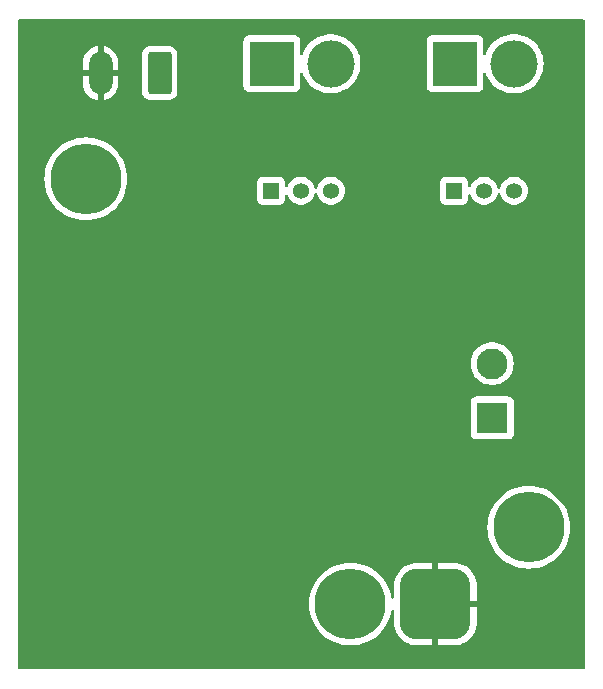
<source format=gbl>
%TF.GenerationSoftware,KiCad,Pcbnew,8.0.2*%
%TF.CreationDate,2024-10-02T19:35:02-04:00*%
%TF.ProjectId,FewawiPowerBoard,46657761-7769-4506-9f77-6572426f6172,rev?*%
%TF.SameCoordinates,Original*%
%TF.FileFunction,Copper,L2,Bot*%
%TF.FilePolarity,Positive*%
%FSLAX46Y46*%
G04 Gerber Fmt 4.6, Leading zero omitted, Abs format (unit mm)*
G04 Created by KiCad (PCBNEW 8.0.2) date 2024-10-02 19:35:02*
%MOMM*%
%LPD*%
G01*
G04 APERTURE LIST*
G04 Aperture macros list*
%AMRoundRect*
0 Rectangle with rounded corners*
0 $1 Rounding radius*
0 $2 $3 $4 $5 $6 $7 $8 $9 X,Y pos of 4 corners*
0 Add a 4 corners polygon primitive as box body*
4,1,4,$2,$3,$4,$5,$6,$7,$8,$9,$2,$3,0*
0 Add four circle primitives for the rounded corners*
1,1,$1+$1,$2,$3*
1,1,$1+$1,$4,$5*
1,1,$1+$1,$6,$7*
1,1,$1+$1,$8,$9*
0 Add four rect primitives between the rounded corners*
20,1,$1+$1,$2,$3,$4,$5,0*
20,1,$1+$1,$4,$5,$6,$7,0*
20,1,$1+$1,$6,$7,$8,$9,0*
20,1,$1+$1,$8,$9,$2,$3,0*%
G04 Aperture macros list end*
%TA.AperFunction,ComponentPad*%
%ADD10C,6.000000*%
%TD*%
%TA.AperFunction,ComponentPad*%
%ADD11R,3.800000X3.800000*%
%TD*%
%TA.AperFunction,ComponentPad*%
%ADD12C,4.000000*%
%TD*%
%TA.AperFunction,ComponentPad*%
%ADD13R,1.358000X1.358000*%
%TD*%
%TA.AperFunction,ComponentPad*%
%ADD14C,1.358000*%
%TD*%
%TA.AperFunction,ComponentPad*%
%ADD15RoundRect,1.500000X1.500000X1.500000X-1.500000X1.500000X-1.500000X-1.500000X1.500000X-1.500000X0*%
%TD*%
%TA.AperFunction,ComponentPad*%
%ADD16R,2.625000X2.625000*%
%TD*%
%TA.AperFunction,ComponentPad*%
%ADD17C,2.625000*%
%TD*%
%TA.AperFunction,ComponentPad*%
%ADD18RoundRect,0.250000X0.750000X1.550000X-0.750000X1.550000X-0.750000X-1.550000X0.750000X-1.550000X0*%
%TD*%
%TA.AperFunction,ComponentPad*%
%ADD19O,2.000000X3.600000*%
%TD*%
%TA.AperFunction,ViaPad*%
%ADD20C,0.600000*%
%TD*%
G04 APERTURE END LIST*
D10*
%TO.P,REF\u002A\u002A,1*%
%TO.N,N/C*%
X123250000Y-85250000D03*
%TD*%
D11*
%TO.P,J4,1,Pin_1*%
%TO.N,Net-(J4-Pin_1)*%
X117000000Y-46000000D03*
D12*
%TO.P,J4,2,Pin_2*%
%TO.N,Net-(J4-Pin_2)*%
X122000000Y-46000000D03*
%TD*%
D10*
%TO.P,REF\u002A\u002A,1*%
%TO.N,N/C*%
X85750000Y-55750000D03*
%TD*%
D11*
%TO.P,J3,1,Pin_1*%
%TO.N,Net-(J3-Pin_1)*%
X101500000Y-46000000D03*
D12*
%TO.P,J3,2,Pin_2*%
%TO.N,Net-(J3-Pin_2)*%
X106500000Y-46000000D03*
%TD*%
D13*
%TO.P,U1,1,IN*%
%TO.N,Net-(PS1-+VIN)*%
X116920000Y-56750000D03*
D14*
%TO.P,U1,2,GND*%
%TO.N,Net-(J4-Pin_1)*%
X119460000Y-56750000D03*
%TO.P,U1,3,OUT*%
%TO.N,Net-(J4-Pin_2)*%
X122000000Y-56750000D03*
%TD*%
D15*
%TO.P,J1,1,Pin_1*%
%TO.N,GND*%
X115350000Y-91750000D03*
D10*
%TO.P,J1,2,Pin_2*%
%TO.N,Net-(J1-Pin_2)*%
X108150000Y-91750000D03*
%TD*%
D13*
%TO.P,PS1,1,+VIN*%
%TO.N,Net-(PS1-+VIN)*%
X101420000Y-56750000D03*
D14*
%TO.P,PS1,2,GND*%
%TO.N,Net-(J3-Pin_1)*%
X103960000Y-56750000D03*
%TO.P,PS1,3,+VOUT*%
%TO.N,Net-(J3-Pin_2)*%
X106500000Y-56750000D03*
%TD*%
D16*
%TO.P,SW1,1,A*%
%TO.N,Net-(SW1-A)*%
X120160000Y-75982500D03*
D17*
%TO.P,SW1,2,B*%
%TO.N,Net-(J1-Pin_2)*%
X120160000Y-71382500D03*
%TD*%
D18*
%TO.P,J2,1,Pin_1*%
%TO.N,34V*%
X92000000Y-46777500D03*
D19*
%TO.P,J2,2,Pin_2*%
%TO.N,GND*%
X87000000Y-46777500D03*
%TD*%
D20*
%TO.N,GND*%
X104000000Y-62250000D03*
%TD*%
%TA.AperFunction,Conductor*%
%TO.N,GND*%
G36*
X127942539Y-42270185D02*
G01*
X127988294Y-42322989D01*
X127999500Y-42374500D01*
X127999500Y-97125500D01*
X127979815Y-97192539D01*
X127927011Y-97238294D01*
X127875500Y-97249500D01*
X80124500Y-97249500D01*
X80057461Y-97229815D01*
X80011706Y-97177011D01*
X80000500Y-97125500D01*
X80000500Y-91749999D01*
X104644696Y-91749999D01*
X104644696Y-91750000D01*
X104663898Y-92116405D01*
X104721294Y-92478788D01*
X104721294Y-92478790D01*
X104816260Y-92833206D01*
X104947746Y-93175739D01*
X105114320Y-93502656D01*
X105314147Y-93810364D01*
X105467712Y-94000000D01*
X105545051Y-94095506D01*
X105804494Y-94354949D01*
X105804498Y-94354952D01*
X106089635Y-94585852D01*
X106397343Y-94785679D01*
X106397348Y-94785682D01*
X106724264Y-94952255D01*
X107066801Y-95083742D01*
X107421206Y-95178705D01*
X107783596Y-95236102D01*
X108129734Y-95254241D01*
X108149999Y-95255304D01*
X108150000Y-95255304D01*
X108150001Y-95255304D01*
X108169203Y-95254297D01*
X108516404Y-95236102D01*
X108878794Y-95178705D01*
X109233199Y-95083742D01*
X109575736Y-94952255D01*
X109902652Y-94785682D01*
X110210366Y-94585851D01*
X110495506Y-94354949D01*
X110754949Y-94095506D01*
X110985851Y-93810366D01*
X111185682Y-93502652D01*
X111352255Y-93175736D01*
X111483742Y-92833199D01*
X111578705Y-92478794D01*
X111603527Y-92322073D01*
X111633456Y-92258939D01*
X111692768Y-92222008D01*
X111762630Y-92223006D01*
X111820863Y-92261616D01*
X111848977Y-92325579D01*
X111850000Y-92341472D01*
X111850000Y-93321436D01*
X111865300Y-93535362D01*
X111926109Y-93814895D01*
X112026091Y-94082958D01*
X112163191Y-94334038D01*
X112163192Y-94334039D01*
X112334639Y-94563065D01*
X112334649Y-94563077D01*
X112536922Y-94765350D01*
X112536934Y-94765360D01*
X112765960Y-94936807D01*
X112765961Y-94936808D01*
X113017042Y-95073908D01*
X113017041Y-95073908D01*
X113285104Y-95173890D01*
X113564637Y-95234699D01*
X113778563Y-95249999D01*
X113778566Y-95250000D01*
X115100000Y-95250000D01*
X115100000Y-93986502D01*
X115202527Y-94000000D01*
X115497473Y-94000000D01*
X115600000Y-93986502D01*
X115600000Y-95250000D01*
X116921434Y-95250000D01*
X116921436Y-95249999D01*
X117135362Y-95234699D01*
X117414895Y-95173890D01*
X117682958Y-95073908D01*
X117934038Y-94936808D01*
X117934039Y-94936807D01*
X118163065Y-94765360D01*
X118163077Y-94765350D01*
X118365350Y-94563077D01*
X118365360Y-94563065D01*
X118536807Y-94334039D01*
X118536808Y-94334038D01*
X118673908Y-94082958D01*
X118773890Y-93814895D01*
X118834699Y-93535362D01*
X118849999Y-93321436D01*
X118850000Y-93321434D01*
X118850000Y-92000000D01*
X117586502Y-92000000D01*
X117600000Y-91897473D01*
X117600000Y-91602527D01*
X117586502Y-91500000D01*
X118850000Y-91500000D01*
X118850000Y-90178566D01*
X118849999Y-90178563D01*
X118834699Y-89964637D01*
X118773890Y-89685104D01*
X118673908Y-89417041D01*
X118536808Y-89165961D01*
X118536807Y-89165960D01*
X118365360Y-88936934D01*
X118365350Y-88936922D01*
X118163077Y-88734649D01*
X118163065Y-88734639D01*
X117934039Y-88563192D01*
X117934038Y-88563191D01*
X117682957Y-88426091D01*
X117682958Y-88426091D01*
X117414895Y-88326109D01*
X117135362Y-88265300D01*
X116921436Y-88250000D01*
X115600000Y-88250000D01*
X115600000Y-89513497D01*
X115497473Y-89500000D01*
X115202527Y-89500000D01*
X115100000Y-89513497D01*
X115100000Y-88250000D01*
X113778563Y-88250000D01*
X113564637Y-88265300D01*
X113285104Y-88326109D01*
X113017041Y-88426091D01*
X112765961Y-88563191D01*
X112765960Y-88563192D01*
X112536934Y-88734639D01*
X112536922Y-88734649D01*
X112334649Y-88936922D01*
X112334639Y-88936934D01*
X112163192Y-89165960D01*
X112163191Y-89165961D01*
X112026091Y-89417041D01*
X111926109Y-89685104D01*
X111865300Y-89964637D01*
X111850000Y-90178563D01*
X111850000Y-91158527D01*
X111830315Y-91225566D01*
X111777511Y-91271321D01*
X111708353Y-91281265D01*
X111644797Y-91252240D01*
X111607023Y-91193462D01*
X111603527Y-91177925D01*
X111600218Y-91157035D01*
X111578705Y-91021206D01*
X111483742Y-90666801D01*
X111352255Y-90324264D01*
X111185682Y-89997348D01*
X111185679Y-89997343D01*
X110985852Y-89689635D01*
X110754952Y-89404498D01*
X110754949Y-89404494D01*
X110495506Y-89145051D01*
X110463010Y-89118736D01*
X110210364Y-88914147D01*
X109902656Y-88714320D01*
X109575739Y-88547746D01*
X109233206Y-88416260D01*
X109233199Y-88416258D01*
X108878794Y-88321295D01*
X108878790Y-88321294D01*
X108878789Y-88321294D01*
X108516405Y-88263898D01*
X108150001Y-88244696D01*
X108149999Y-88244696D01*
X107783594Y-88263898D01*
X107421211Y-88321294D01*
X107421209Y-88321294D01*
X107066793Y-88416260D01*
X106724260Y-88547746D01*
X106397343Y-88714320D01*
X106089635Y-88914147D01*
X105804498Y-89145047D01*
X105804490Y-89145054D01*
X105545054Y-89404490D01*
X105545047Y-89404498D01*
X105314147Y-89689635D01*
X105114320Y-89997343D01*
X104947746Y-90324260D01*
X104816260Y-90666793D01*
X104721294Y-91021209D01*
X104721294Y-91021211D01*
X104663898Y-91383594D01*
X104644696Y-91749999D01*
X80000500Y-91749999D01*
X80000500Y-85249999D01*
X119744696Y-85249999D01*
X119744696Y-85250000D01*
X119763898Y-85616405D01*
X119821294Y-85978788D01*
X119821294Y-85978790D01*
X119916260Y-86333206D01*
X120047746Y-86675739D01*
X120214320Y-87002656D01*
X120414147Y-87310364D01*
X120414149Y-87310366D01*
X120645051Y-87595506D01*
X120904494Y-87854949D01*
X120904498Y-87854952D01*
X121189635Y-88085852D01*
X121442402Y-88250000D01*
X121497348Y-88285682D01*
X121824264Y-88452255D01*
X122166801Y-88583742D01*
X122521206Y-88678705D01*
X122883596Y-88736102D01*
X123229734Y-88754241D01*
X123249999Y-88755304D01*
X123250000Y-88755304D01*
X123250001Y-88755304D01*
X123269203Y-88754297D01*
X123616404Y-88736102D01*
X123978794Y-88678705D01*
X124333199Y-88583742D01*
X124675736Y-88452255D01*
X125002652Y-88285682D01*
X125310366Y-88085851D01*
X125595506Y-87854949D01*
X125854949Y-87595506D01*
X126085851Y-87310366D01*
X126285682Y-87002652D01*
X126452255Y-86675736D01*
X126583742Y-86333199D01*
X126678705Y-85978794D01*
X126736102Y-85616404D01*
X126755304Y-85250000D01*
X126736102Y-84883596D01*
X126678705Y-84521206D01*
X126583742Y-84166801D01*
X126452255Y-83824264D01*
X126285682Y-83497348D01*
X126085851Y-83189634D01*
X125854949Y-82904494D01*
X125595506Y-82645051D01*
X125310366Y-82414149D01*
X125310364Y-82414147D01*
X125002656Y-82214320D01*
X124675739Y-82047746D01*
X124333206Y-81916260D01*
X124333199Y-81916258D01*
X123978794Y-81821295D01*
X123978790Y-81821294D01*
X123978789Y-81821294D01*
X123616405Y-81763898D01*
X123250001Y-81744696D01*
X123249999Y-81744696D01*
X122883594Y-81763898D01*
X122521211Y-81821294D01*
X122521209Y-81821294D01*
X122166793Y-81916260D01*
X121824260Y-82047746D01*
X121497343Y-82214320D01*
X121189635Y-82414147D01*
X120904498Y-82645047D01*
X120904490Y-82645054D01*
X120645054Y-82904490D01*
X120645047Y-82904498D01*
X120414147Y-83189635D01*
X120214320Y-83497343D01*
X120047746Y-83824260D01*
X119916260Y-84166793D01*
X119821294Y-84521209D01*
X119821294Y-84521211D01*
X119763898Y-84883594D01*
X119744696Y-85249999D01*
X80000500Y-85249999D01*
X80000500Y-74622135D01*
X118347000Y-74622135D01*
X118347000Y-77342870D01*
X118347001Y-77342876D01*
X118353408Y-77402483D01*
X118403702Y-77537328D01*
X118403706Y-77537335D01*
X118489952Y-77652544D01*
X118489955Y-77652547D01*
X118605164Y-77738793D01*
X118605171Y-77738797D01*
X118740017Y-77789091D01*
X118740016Y-77789091D01*
X118746944Y-77789835D01*
X118799627Y-77795500D01*
X121520372Y-77795499D01*
X121579983Y-77789091D01*
X121714831Y-77738796D01*
X121830046Y-77652546D01*
X121916296Y-77537331D01*
X121966591Y-77402483D01*
X121973000Y-77342873D01*
X121972999Y-74622128D01*
X121966591Y-74562517D01*
X121916296Y-74427669D01*
X121916295Y-74427668D01*
X121916293Y-74427664D01*
X121830047Y-74312455D01*
X121830044Y-74312452D01*
X121714835Y-74226206D01*
X121714828Y-74226202D01*
X121579982Y-74175908D01*
X121579983Y-74175908D01*
X121520383Y-74169501D01*
X121520381Y-74169500D01*
X121520373Y-74169500D01*
X121520364Y-74169500D01*
X118799629Y-74169500D01*
X118799623Y-74169501D01*
X118740016Y-74175908D01*
X118605171Y-74226202D01*
X118605164Y-74226206D01*
X118489955Y-74312452D01*
X118489952Y-74312455D01*
X118403706Y-74427664D01*
X118403702Y-74427671D01*
X118353408Y-74562517D01*
X118347001Y-74622116D01*
X118347001Y-74622123D01*
X118347000Y-74622135D01*
X80000500Y-74622135D01*
X80000500Y-71382495D01*
X118341916Y-71382495D01*
X118341916Y-71382504D01*
X118362221Y-71653469D01*
X118422685Y-71918378D01*
X118422688Y-71918390D01*
X118422690Y-71918395D01*
X118521960Y-72171331D01*
X118521963Y-72171339D01*
X118612540Y-72328221D01*
X118657829Y-72406663D01*
X118794670Y-72578257D01*
X118827253Y-72619115D01*
X119015290Y-72793587D01*
X119026443Y-72803935D01*
X119250958Y-72957007D01*
X119495779Y-73074907D01*
X119755438Y-73155001D01*
X119755439Y-73155001D01*
X119755442Y-73155002D01*
X120024126Y-73195499D01*
X120024131Y-73195499D01*
X120024134Y-73195500D01*
X120024135Y-73195500D01*
X120295865Y-73195500D01*
X120295866Y-73195500D01*
X120295873Y-73195499D01*
X120564557Y-73155002D01*
X120564558Y-73155001D01*
X120564562Y-73155001D01*
X120824221Y-73074907D01*
X121069042Y-72957007D01*
X121293557Y-72803935D01*
X121492750Y-72619111D01*
X121662171Y-72406663D01*
X121798037Y-72171337D01*
X121897312Y-71918390D01*
X121957778Y-71653471D01*
X121978084Y-71382500D01*
X121957778Y-71111529D01*
X121897312Y-70846610D01*
X121798037Y-70593663D01*
X121798036Y-70593660D01*
X121740612Y-70494200D01*
X121662171Y-70358337D01*
X121492750Y-70145889D01*
X121492749Y-70145888D01*
X121492746Y-70145884D01*
X121293557Y-69961065D01*
X121069042Y-69807993D01*
X121069039Y-69807992D01*
X121069037Y-69807990D01*
X120824221Y-69690093D01*
X120564563Y-69609999D01*
X120564557Y-69609997D01*
X120295873Y-69569500D01*
X120295866Y-69569500D01*
X120024134Y-69569500D01*
X120024126Y-69569500D01*
X119755442Y-69609997D01*
X119755436Y-69609999D01*
X119495778Y-69690093D01*
X119250962Y-69807990D01*
X119026442Y-69961065D01*
X118827253Y-70145884D01*
X118657829Y-70358337D01*
X118521963Y-70593660D01*
X118521960Y-70593668D01*
X118422690Y-70846604D01*
X118422685Y-70846621D01*
X118362221Y-71111530D01*
X118341916Y-71382495D01*
X80000500Y-71382495D01*
X80000500Y-55750000D01*
X82244696Y-55750000D01*
X82263898Y-56116404D01*
X82321295Y-56478794D01*
X82338621Y-56543457D01*
X82416260Y-56833206D01*
X82547746Y-57175739D01*
X82714320Y-57502656D01*
X82914147Y-57810364D01*
X82978095Y-57889333D01*
X83145051Y-58095506D01*
X83404494Y-58354949D01*
X83404498Y-58354952D01*
X83689635Y-58585852D01*
X83997343Y-58785679D01*
X83997348Y-58785682D01*
X84324264Y-58952255D01*
X84666801Y-59083742D01*
X85021206Y-59178705D01*
X85383596Y-59236102D01*
X85729734Y-59254241D01*
X85749999Y-59255304D01*
X85750000Y-59255304D01*
X85750001Y-59255304D01*
X85769203Y-59254297D01*
X86116404Y-59236102D01*
X86478794Y-59178705D01*
X86833199Y-59083742D01*
X87175736Y-58952255D01*
X87502652Y-58785682D01*
X87810366Y-58585851D01*
X88095506Y-58354949D01*
X88354949Y-58095506D01*
X88585851Y-57810366D01*
X88785682Y-57502652D01*
X88952255Y-57175736D01*
X89083742Y-56833199D01*
X89178705Y-56478794D01*
X89236102Y-56116404D01*
X89240990Y-56023135D01*
X100240500Y-56023135D01*
X100240500Y-57476870D01*
X100240501Y-57476876D01*
X100246908Y-57536483D01*
X100297202Y-57671328D01*
X100297206Y-57671335D01*
X100383452Y-57786544D01*
X100383455Y-57786547D01*
X100498664Y-57872793D01*
X100498671Y-57872797D01*
X100633517Y-57923091D01*
X100633516Y-57923091D01*
X100640444Y-57923835D01*
X100693127Y-57929500D01*
X102146872Y-57929499D01*
X102206483Y-57923091D01*
X102341331Y-57872796D01*
X102456546Y-57786546D01*
X102542796Y-57671331D01*
X102593091Y-57536483D01*
X102599500Y-57476873D01*
X102599499Y-57167306D01*
X102619183Y-57100270D01*
X102671987Y-57054515D01*
X102741146Y-57044571D01*
X102804701Y-57073596D01*
X102842476Y-57132374D01*
X102842765Y-57133373D01*
X102854819Y-57175739D01*
X102855437Y-57177909D01*
X102855441Y-57177920D01*
X102952869Y-57373581D01*
X102952874Y-57373589D01*
X103084604Y-57548027D01*
X103084605Y-57548028D01*
X103246147Y-57695294D01*
X103246149Y-57695295D01*
X103246150Y-57695296D01*
X103431995Y-57810366D01*
X103432001Y-57810369D01*
X103475182Y-57827097D01*
X103635832Y-57889333D01*
X103850703Y-57929500D01*
X103850705Y-57929500D01*
X104069295Y-57929500D01*
X104069297Y-57929500D01*
X104284168Y-57889333D01*
X104488001Y-57810368D01*
X104673853Y-57695294D01*
X104835395Y-57548028D01*
X104967127Y-57373587D01*
X105064563Y-57177910D01*
X105110734Y-57015636D01*
X105148013Y-56956542D01*
X105211323Y-56926985D01*
X105280562Y-56936347D01*
X105333749Y-56981657D01*
X105349266Y-57015636D01*
X105395435Y-57177905D01*
X105395441Y-57177920D01*
X105492869Y-57373581D01*
X105492874Y-57373589D01*
X105624604Y-57548027D01*
X105624605Y-57548028D01*
X105786147Y-57695294D01*
X105786149Y-57695295D01*
X105786150Y-57695296D01*
X105971995Y-57810366D01*
X105972001Y-57810369D01*
X106015182Y-57827097D01*
X106175832Y-57889333D01*
X106390703Y-57929500D01*
X106390705Y-57929500D01*
X106609295Y-57929500D01*
X106609297Y-57929500D01*
X106824168Y-57889333D01*
X107028001Y-57810368D01*
X107213853Y-57695294D01*
X107375395Y-57548028D01*
X107507127Y-57373587D01*
X107604563Y-57177910D01*
X107664384Y-56967661D01*
X107684553Y-56750000D01*
X107664384Y-56532339D01*
X107604563Y-56322090D01*
X107604558Y-56322079D01*
X107507130Y-56126418D01*
X107507125Y-56126410D01*
X107429135Y-56023135D01*
X115740500Y-56023135D01*
X115740500Y-57476870D01*
X115740501Y-57476876D01*
X115746908Y-57536483D01*
X115797202Y-57671328D01*
X115797206Y-57671335D01*
X115883452Y-57786544D01*
X115883455Y-57786547D01*
X115998664Y-57872793D01*
X115998671Y-57872797D01*
X116133517Y-57923091D01*
X116133516Y-57923091D01*
X116140444Y-57923835D01*
X116193127Y-57929500D01*
X117646872Y-57929499D01*
X117706483Y-57923091D01*
X117841331Y-57872796D01*
X117956546Y-57786546D01*
X118042796Y-57671331D01*
X118093091Y-57536483D01*
X118099500Y-57476873D01*
X118099499Y-57167306D01*
X118119183Y-57100270D01*
X118171987Y-57054515D01*
X118241146Y-57044571D01*
X118304701Y-57073596D01*
X118342476Y-57132374D01*
X118342765Y-57133373D01*
X118354819Y-57175739D01*
X118355437Y-57177909D01*
X118355441Y-57177920D01*
X118452869Y-57373581D01*
X118452874Y-57373589D01*
X118584604Y-57548027D01*
X118584605Y-57548028D01*
X118746147Y-57695294D01*
X118746149Y-57695295D01*
X118746150Y-57695296D01*
X118931995Y-57810366D01*
X118932001Y-57810369D01*
X118975182Y-57827097D01*
X119135832Y-57889333D01*
X119350703Y-57929500D01*
X119350705Y-57929500D01*
X119569295Y-57929500D01*
X119569297Y-57929500D01*
X119784168Y-57889333D01*
X119988001Y-57810368D01*
X120173853Y-57695294D01*
X120335395Y-57548028D01*
X120467127Y-57373587D01*
X120564563Y-57177910D01*
X120610734Y-57015636D01*
X120648013Y-56956542D01*
X120711323Y-56926985D01*
X120780562Y-56936347D01*
X120833749Y-56981657D01*
X120849266Y-57015636D01*
X120895435Y-57177905D01*
X120895441Y-57177920D01*
X120992869Y-57373581D01*
X120992874Y-57373589D01*
X121124604Y-57548027D01*
X121124605Y-57548028D01*
X121286147Y-57695294D01*
X121286149Y-57695295D01*
X121286150Y-57695296D01*
X121471995Y-57810366D01*
X121472001Y-57810369D01*
X121515182Y-57827097D01*
X121675832Y-57889333D01*
X121890703Y-57929500D01*
X121890705Y-57929500D01*
X122109295Y-57929500D01*
X122109297Y-57929500D01*
X122324168Y-57889333D01*
X122528001Y-57810368D01*
X122713853Y-57695294D01*
X122875395Y-57548028D01*
X123007127Y-57373587D01*
X123104563Y-57177910D01*
X123164384Y-56967661D01*
X123184553Y-56750000D01*
X123164384Y-56532339D01*
X123104563Y-56322090D01*
X123104558Y-56322079D01*
X123007130Y-56126418D01*
X123007125Y-56126410D01*
X122875395Y-55951972D01*
X122740141Y-55828671D01*
X122713853Y-55804706D01*
X122713850Y-55804704D01*
X122713849Y-55804703D01*
X122528004Y-55689633D01*
X122527998Y-55689630D01*
X122366850Y-55627202D01*
X122324168Y-55610667D01*
X122109297Y-55570500D01*
X121890703Y-55570500D01*
X121675832Y-55610667D01*
X121675829Y-55610667D01*
X121675829Y-55610668D01*
X121472001Y-55689630D01*
X121471995Y-55689633D01*
X121286150Y-55804703D01*
X121124604Y-55951972D01*
X120992874Y-56126410D01*
X120992869Y-56126418D01*
X120895441Y-56322079D01*
X120895436Y-56322092D01*
X120849266Y-56484364D01*
X120811987Y-56543457D01*
X120748677Y-56573014D01*
X120679438Y-56563652D01*
X120626251Y-56518342D01*
X120610734Y-56484364D01*
X120586902Y-56400604D01*
X120564563Y-56322090D01*
X120564558Y-56322079D01*
X120467130Y-56126418D01*
X120467125Y-56126410D01*
X120335395Y-55951972D01*
X120200141Y-55828671D01*
X120173853Y-55804706D01*
X120173850Y-55804704D01*
X120173849Y-55804703D01*
X119988004Y-55689633D01*
X119987998Y-55689630D01*
X119826850Y-55627202D01*
X119784168Y-55610667D01*
X119569297Y-55570500D01*
X119350703Y-55570500D01*
X119135832Y-55610667D01*
X119135829Y-55610667D01*
X119135829Y-55610668D01*
X118932001Y-55689630D01*
X118931995Y-55689633D01*
X118746150Y-55804703D01*
X118584604Y-55951972D01*
X118452874Y-56126410D01*
X118452869Y-56126418D01*
X118355441Y-56322079D01*
X118355436Y-56322092D01*
X118342765Y-56366627D01*
X118305485Y-56425720D01*
X118242175Y-56455277D01*
X118172936Y-56445915D01*
X118119750Y-56400604D01*
X118099503Y-56333732D01*
X118099499Y-56332692D01*
X118099499Y-56023129D01*
X118099498Y-56023123D01*
X118099497Y-56023116D01*
X118093091Y-55963517D01*
X118042796Y-55828669D01*
X118042795Y-55828668D01*
X118042793Y-55828664D01*
X117956547Y-55713455D01*
X117956544Y-55713452D01*
X117841335Y-55627206D01*
X117841328Y-55627202D01*
X117706482Y-55576908D01*
X117706483Y-55576908D01*
X117646883Y-55570501D01*
X117646881Y-55570500D01*
X117646873Y-55570500D01*
X117646864Y-55570500D01*
X116193129Y-55570500D01*
X116193123Y-55570501D01*
X116133516Y-55576908D01*
X115998671Y-55627202D01*
X115998664Y-55627206D01*
X115883455Y-55713452D01*
X115883452Y-55713455D01*
X115797206Y-55828664D01*
X115797202Y-55828671D01*
X115746908Y-55963517D01*
X115740501Y-56023116D01*
X115740501Y-56023123D01*
X115740500Y-56023135D01*
X107429135Y-56023135D01*
X107375395Y-55951972D01*
X107240141Y-55828671D01*
X107213853Y-55804706D01*
X107213850Y-55804704D01*
X107213849Y-55804703D01*
X107028004Y-55689633D01*
X107027998Y-55689630D01*
X106866850Y-55627202D01*
X106824168Y-55610667D01*
X106609297Y-55570500D01*
X106390703Y-55570500D01*
X106175832Y-55610667D01*
X106175829Y-55610667D01*
X106175829Y-55610668D01*
X105972001Y-55689630D01*
X105971995Y-55689633D01*
X105786150Y-55804703D01*
X105624604Y-55951972D01*
X105492874Y-56126410D01*
X105492869Y-56126418D01*
X105395441Y-56322079D01*
X105395436Y-56322092D01*
X105349266Y-56484364D01*
X105311987Y-56543457D01*
X105248677Y-56573014D01*
X105179438Y-56563652D01*
X105126251Y-56518342D01*
X105110734Y-56484364D01*
X105086902Y-56400604D01*
X105064563Y-56322090D01*
X105064558Y-56322079D01*
X104967130Y-56126418D01*
X104967125Y-56126410D01*
X104835395Y-55951972D01*
X104700141Y-55828671D01*
X104673853Y-55804706D01*
X104673850Y-55804704D01*
X104673849Y-55804703D01*
X104488004Y-55689633D01*
X104487998Y-55689630D01*
X104326850Y-55627202D01*
X104284168Y-55610667D01*
X104069297Y-55570500D01*
X103850703Y-55570500D01*
X103635832Y-55610667D01*
X103635829Y-55610667D01*
X103635829Y-55610668D01*
X103432001Y-55689630D01*
X103431995Y-55689633D01*
X103246150Y-55804703D01*
X103084604Y-55951972D01*
X102952874Y-56126410D01*
X102952869Y-56126418D01*
X102855441Y-56322079D01*
X102855436Y-56322092D01*
X102842765Y-56366627D01*
X102805485Y-56425720D01*
X102742175Y-56455277D01*
X102672936Y-56445915D01*
X102619750Y-56400604D01*
X102599503Y-56333732D01*
X102599499Y-56332692D01*
X102599499Y-56023129D01*
X102599498Y-56023123D01*
X102599497Y-56023116D01*
X102593091Y-55963517D01*
X102542796Y-55828669D01*
X102542795Y-55828668D01*
X102542793Y-55828664D01*
X102456547Y-55713455D01*
X102456544Y-55713452D01*
X102341335Y-55627206D01*
X102341328Y-55627202D01*
X102206482Y-55576908D01*
X102206483Y-55576908D01*
X102146883Y-55570501D01*
X102146881Y-55570500D01*
X102146873Y-55570500D01*
X102146864Y-55570500D01*
X100693129Y-55570500D01*
X100693123Y-55570501D01*
X100633516Y-55576908D01*
X100498671Y-55627202D01*
X100498664Y-55627206D01*
X100383455Y-55713452D01*
X100383452Y-55713455D01*
X100297206Y-55828664D01*
X100297202Y-55828671D01*
X100246908Y-55963517D01*
X100240501Y-56023116D01*
X100240501Y-56023123D01*
X100240500Y-56023135D01*
X89240990Y-56023135D01*
X89255304Y-55750000D01*
X89236102Y-55383596D01*
X89178705Y-55021206D01*
X89083742Y-54666801D01*
X88952255Y-54324264D01*
X88785682Y-53997348D01*
X88585851Y-53689634D01*
X88354949Y-53404494D01*
X88095506Y-53145051D01*
X87810366Y-52914149D01*
X87810364Y-52914147D01*
X87502656Y-52714320D01*
X87175739Y-52547746D01*
X86833206Y-52416260D01*
X86833199Y-52416258D01*
X86478794Y-52321295D01*
X86478790Y-52321294D01*
X86478789Y-52321294D01*
X86116405Y-52263898D01*
X85750001Y-52244696D01*
X85749999Y-52244696D01*
X85383594Y-52263898D01*
X85021211Y-52321294D01*
X85021209Y-52321294D01*
X84666793Y-52416260D01*
X84324260Y-52547746D01*
X83997343Y-52714320D01*
X83689635Y-52914147D01*
X83404498Y-53145047D01*
X83404490Y-53145054D01*
X83145054Y-53404490D01*
X83145047Y-53404498D01*
X82914147Y-53689635D01*
X82714320Y-53997343D01*
X82547746Y-54324260D01*
X82416260Y-54666793D01*
X82321294Y-55021209D01*
X82321294Y-55021211D01*
X82263898Y-55383596D01*
X82244696Y-55750000D01*
X80000500Y-55750000D01*
X80000500Y-45859447D01*
X85500000Y-45859447D01*
X85500000Y-46527500D01*
X86345879Y-46527500D01*
X86326901Y-46573318D01*
X86300000Y-46708556D01*
X86300000Y-46846444D01*
X86326901Y-46981682D01*
X86345879Y-47027500D01*
X85500000Y-47027500D01*
X85500000Y-47695552D01*
X85536934Y-47928747D01*
X85609897Y-48153302D01*
X85717085Y-48363671D01*
X85855866Y-48554686D01*
X86022813Y-48721633D01*
X86213828Y-48860414D01*
X86424195Y-48967602D01*
X86648744Y-49040563D01*
X86648750Y-49040565D01*
X86750000Y-49056601D01*
X86750000Y-47431620D01*
X86795818Y-47450599D01*
X86931056Y-47477500D01*
X87068944Y-47477500D01*
X87204182Y-47450599D01*
X87250000Y-47431620D01*
X87250000Y-49056600D01*
X87351249Y-49040565D01*
X87351255Y-49040563D01*
X87575804Y-48967602D01*
X87786171Y-48860414D01*
X87977186Y-48721633D01*
X88144133Y-48554686D01*
X88282914Y-48363671D01*
X88390102Y-48153302D01*
X88463065Y-47928747D01*
X88500000Y-47695552D01*
X88500000Y-47027500D01*
X87654121Y-47027500D01*
X87673099Y-46981682D01*
X87700000Y-46846444D01*
X87700000Y-46708556D01*
X87673099Y-46573318D01*
X87654121Y-46527500D01*
X88500000Y-46527500D01*
X88500000Y-45859447D01*
X88463065Y-45626252D01*
X88390102Y-45401697D01*
X88282914Y-45191328D01*
X88272855Y-45177483D01*
X90499500Y-45177483D01*
X90499500Y-48377501D01*
X90499501Y-48377518D01*
X90510000Y-48480296D01*
X90510001Y-48480299D01*
X90534651Y-48554686D01*
X90565186Y-48646834D01*
X90657288Y-48796156D01*
X90781344Y-48920212D01*
X90930666Y-49012314D01*
X91097203Y-49067499D01*
X91199991Y-49078000D01*
X92800008Y-49077999D01*
X92902797Y-49067499D01*
X93069334Y-49012314D01*
X93218656Y-48920212D01*
X93342712Y-48796156D01*
X93434814Y-48646834D01*
X93489999Y-48480297D01*
X93500500Y-48377509D01*
X93500499Y-45177492D01*
X93499127Y-45164065D01*
X93489999Y-45074703D01*
X93489998Y-45074700D01*
X93434814Y-44908166D01*
X93342712Y-44758844D01*
X93218656Y-44634788D01*
X93069334Y-44542686D01*
X92902797Y-44487501D01*
X92902795Y-44487500D01*
X92800010Y-44477000D01*
X91199998Y-44477000D01*
X91199981Y-44477001D01*
X91097203Y-44487500D01*
X91097200Y-44487501D01*
X90930668Y-44542685D01*
X90930663Y-44542687D01*
X90781342Y-44634789D01*
X90657289Y-44758842D01*
X90565187Y-44908163D01*
X90565186Y-44908166D01*
X90510001Y-45074703D01*
X90510001Y-45074704D01*
X90510000Y-45074704D01*
X90499500Y-45177483D01*
X88272855Y-45177483D01*
X88144133Y-45000313D01*
X87977186Y-44833366D01*
X87786171Y-44694585D01*
X87575802Y-44587397D01*
X87351247Y-44514434D01*
X87250000Y-44498397D01*
X87250000Y-46123379D01*
X87204182Y-46104401D01*
X87068944Y-46077500D01*
X86931056Y-46077500D01*
X86795818Y-46104401D01*
X86750000Y-46123379D01*
X86750000Y-44498397D01*
X86648752Y-44514434D01*
X86424197Y-44587397D01*
X86213828Y-44694585D01*
X86022813Y-44833366D01*
X85855866Y-45000313D01*
X85717085Y-45191328D01*
X85609897Y-45401697D01*
X85536934Y-45626252D01*
X85500000Y-45859447D01*
X80000500Y-45859447D01*
X80000500Y-44052135D01*
X99099500Y-44052135D01*
X99099500Y-47947870D01*
X99099501Y-47947876D01*
X99105908Y-48007483D01*
X99156202Y-48142328D01*
X99156206Y-48142335D01*
X99242452Y-48257544D01*
X99242455Y-48257547D01*
X99357664Y-48343793D01*
X99357671Y-48343797D01*
X99492517Y-48394091D01*
X99492516Y-48394091D01*
X99499444Y-48394835D01*
X99552127Y-48400500D01*
X103447872Y-48400499D01*
X103507483Y-48394091D01*
X103642331Y-48343796D01*
X103757546Y-48257546D01*
X103843796Y-48142331D01*
X103894091Y-48007483D01*
X103900500Y-47947873D01*
X103900499Y-46874251D01*
X103920183Y-46807215D01*
X103972987Y-46761460D01*
X104042146Y-46751516D01*
X104105702Y-46780541D01*
X104142430Y-46835935D01*
X104170499Y-46922321D01*
X104304461Y-47207003D01*
X104304464Y-47207009D01*
X104473051Y-47472661D01*
X104473054Y-47472665D01*
X104673606Y-47715090D01*
X104673608Y-47715092D01*
X104902968Y-47930476D01*
X104902978Y-47930484D01*
X105157504Y-48115408D01*
X105157509Y-48115410D01*
X105157516Y-48115416D01*
X105433234Y-48266994D01*
X105433239Y-48266996D01*
X105433241Y-48266997D01*
X105433242Y-48266998D01*
X105725771Y-48382818D01*
X105725774Y-48382819D01*
X106030523Y-48461065D01*
X106030527Y-48461066D01*
X106096010Y-48469338D01*
X106342670Y-48500499D01*
X106342679Y-48500499D01*
X106342682Y-48500500D01*
X106342684Y-48500500D01*
X106657316Y-48500500D01*
X106657318Y-48500500D01*
X106657321Y-48500499D01*
X106657329Y-48500499D01*
X106843593Y-48476968D01*
X106969473Y-48461066D01*
X107274225Y-48382819D01*
X107287637Y-48377509D01*
X107566757Y-48266998D01*
X107566758Y-48266997D01*
X107566756Y-48266997D01*
X107566766Y-48266994D01*
X107842484Y-48115416D01*
X108097030Y-47930478D01*
X108326390Y-47715094D01*
X108526947Y-47472663D01*
X108695537Y-47207007D01*
X108829503Y-46922315D01*
X108926731Y-46623079D01*
X108985688Y-46314015D01*
X108985689Y-46314004D01*
X109005444Y-46000005D01*
X109005444Y-45999994D01*
X108985689Y-45685995D01*
X108985688Y-45685988D01*
X108985688Y-45685985D01*
X108926731Y-45376921D01*
X108829503Y-45077685D01*
X108828100Y-45074704D01*
X108695538Y-44792996D01*
X108695537Y-44792993D01*
X108565062Y-44587397D01*
X108526948Y-44527338D01*
X108526945Y-44527334D01*
X108326393Y-44284909D01*
X108326391Y-44284907D01*
X108097031Y-44069523D01*
X108097021Y-44069515D01*
X108073099Y-44052135D01*
X114599500Y-44052135D01*
X114599500Y-47947870D01*
X114599501Y-47947876D01*
X114605908Y-48007483D01*
X114656202Y-48142328D01*
X114656206Y-48142335D01*
X114742452Y-48257544D01*
X114742455Y-48257547D01*
X114857664Y-48343793D01*
X114857671Y-48343797D01*
X114992517Y-48394091D01*
X114992516Y-48394091D01*
X114999444Y-48394835D01*
X115052127Y-48400500D01*
X118947872Y-48400499D01*
X119007483Y-48394091D01*
X119142331Y-48343796D01*
X119257546Y-48257546D01*
X119343796Y-48142331D01*
X119394091Y-48007483D01*
X119400500Y-47947873D01*
X119400499Y-46874251D01*
X119420183Y-46807215D01*
X119472987Y-46761460D01*
X119542146Y-46751516D01*
X119605702Y-46780541D01*
X119642430Y-46835935D01*
X119670499Y-46922321D01*
X119804461Y-47207003D01*
X119804464Y-47207009D01*
X119973051Y-47472661D01*
X119973054Y-47472665D01*
X120173606Y-47715090D01*
X120173608Y-47715092D01*
X120402968Y-47930476D01*
X120402978Y-47930484D01*
X120657504Y-48115408D01*
X120657509Y-48115410D01*
X120657516Y-48115416D01*
X120933234Y-48266994D01*
X120933239Y-48266996D01*
X120933241Y-48266997D01*
X120933242Y-48266998D01*
X121225771Y-48382818D01*
X121225774Y-48382819D01*
X121530523Y-48461065D01*
X121530527Y-48461066D01*
X121596010Y-48469338D01*
X121842670Y-48500499D01*
X121842679Y-48500499D01*
X121842682Y-48500500D01*
X121842684Y-48500500D01*
X122157316Y-48500500D01*
X122157318Y-48500500D01*
X122157321Y-48500499D01*
X122157329Y-48500499D01*
X122343593Y-48476968D01*
X122469473Y-48461066D01*
X122774225Y-48382819D01*
X122787637Y-48377509D01*
X123066757Y-48266998D01*
X123066758Y-48266997D01*
X123066756Y-48266997D01*
X123066766Y-48266994D01*
X123342484Y-48115416D01*
X123597030Y-47930478D01*
X123826390Y-47715094D01*
X124026947Y-47472663D01*
X124195537Y-47207007D01*
X124329503Y-46922315D01*
X124426731Y-46623079D01*
X124485688Y-46314015D01*
X124485689Y-46314004D01*
X124505444Y-46000005D01*
X124505444Y-45999994D01*
X124485689Y-45685995D01*
X124485688Y-45685988D01*
X124485688Y-45685985D01*
X124426731Y-45376921D01*
X124329503Y-45077685D01*
X124328100Y-45074704D01*
X124195538Y-44792996D01*
X124195537Y-44792993D01*
X124065062Y-44587397D01*
X124026948Y-44527338D01*
X124026945Y-44527334D01*
X123826393Y-44284909D01*
X123826391Y-44284907D01*
X123597031Y-44069523D01*
X123597021Y-44069515D01*
X123342495Y-43884591D01*
X123342488Y-43884586D01*
X123342484Y-43884584D01*
X123066766Y-43733006D01*
X123066763Y-43733004D01*
X123066758Y-43733002D01*
X123066757Y-43733001D01*
X122774228Y-43617181D01*
X122774225Y-43617180D01*
X122469476Y-43538934D01*
X122469463Y-43538932D01*
X122157329Y-43499500D01*
X122157318Y-43499500D01*
X121842682Y-43499500D01*
X121842670Y-43499500D01*
X121530536Y-43538932D01*
X121530523Y-43538934D01*
X121225774Y-43617180D01*
X121225771Y-43617181D01*
X120933242Y-43733001D01*
X120933241Y-43733002D01*
X120657516Y-43884584D01*
X120657504Y-43884591D01*
X120402978Y-44069515D01*
X120402968Y-44069523D01*
X120173608Y-44284907D01*
X120173606Y-44284909D01*
X119973054Y-44527334D01*
X119973051Y-44527338D01*
X119804464Y-44792990D01*
X119804461Y-44792996D01*
X119670499Y-45077678D01*
X119670497Y-45077683D01*
X119642430Y-45164065D01*
X119602992Y-45221741D01*
X119538634Y-45248939D01*
X119469787Y-45237024D01*
X119418312Y-45189780D01*
X119400499Y-45125747D01*
X119400499Y-44052129D01*
X119400498Y-44052123D01*
X119400497Y-44052116D01*
X119394091Y-43992517D01*
X119353837Y-43884591D01*
X119343797Y-43857671D01*
X119343793Y-43857664D01*
X119257547Y-43742455D01*
X119257544Y-43742452D01*
X119142335Y-43656206D01*
X119142328Y-43656202D01*
X119007482Y-43605908D01*
X119007483Y-43605908D01*
X118947883Y-43599501D01*
X118947881Y-43599500D01*
X118947873Y-43599500D01*
X118947864Y-43599500D01*
X115052129Y-43599500D01*
X115052123Y-43599501D01*
X114992516Y-43605908D01*
X114857671Y-43656202D01*
X114857664Y-43656206D01*
X114742455Y-43742452D01*
X114742452Y-43742455D01*
X114656206Y-43857664D01*
X114656202Y-43857671D01*
X114605908Y-43992517D01*
X114599501Y-44052116D01*
X114599501Y-44052123D01*
X114599500Y-44052135D01*
X108073099Y-44052135D01*
X107842495Y-43884591D01*
X107842488Y-43884586D01*
X107842484Y-43884584D01*
X107566766Y-43733006D01*
X107566763Y-43733004D01*
X107566758Y-43733002D01*
X107566757Y-43733001D01*
X107274228Y-43617181D01*
X107274225Y-43617180D01*
X106969476Y-43538934D01*
X106969463Y-43538932D01*
X106657329Y-43499500D01*
X106657318Y-43499500D01*
X106342682Y-43499500D01*
X106342670Y-43499500D01*
X106030536Y-43538932D01*
X106030523Y-43538934D01*
X105725774Y-43617180D01*
X105725771Y-43617181D01*
X105433242Y-43733001D01*
X105433241Y-43733002D01*
X105157516Y-43884584D01*
X105157504Y-43884591D01*
X104902978Y-44069515D01*
X104902968Y-44069523D01*
X104673608Y-44284907D01*
X104673606Y-44284909D01*
X104473054Y-44527334D01*
X104473051Y-44527338D01*
X104304464Y-44792990D01*
X104304461Y-44792996D01*
X104170499Y-45077678D01*
X104170497Y-45077683D01*
X104142430Y-45164065D01*
X104102992Y-45221741D01*
X104038634Y-45248939D01*
X103969787Y-45237024D01*
X103918312Y-45189780D01*
X103900499Y-45125747D01*
X103900499Y-44052129D01*
X103900498Y-44052123D01*
X103900497Y-44052116D01*
X103894091Y-43992517D01*
X103853837Y-43884591D01*
X103843797Y-43857671D01*
X103843793Y-43857664D01*
X103757547Y-43742455D01*
X103757544Y-43742452D01*
X103642335Y-43656206D01*
X103642328Y-43656202D01*
X103507482Y-43605908D01*
X103507483Y-43605908D01*
X103447883Y-43599501D01*
X103447881Y-43599500D01*
X103447873Y-43599500D01*
X103447864Y-43599500D01*
X99552129Y-43599500D01*
X99552123Y-43599501D01*
X99492516Y-43605908D01*
X99357671Y-43656202D01*
X99357664Y-43656206D01*
X99242455Y-43742452D01*
X99242452Y-43742455D01*
X99156206Y-43857664D01*
X99156202Y-43857671D01*
X99105908Y-43992517D01*
X99099501Y-44052116D01*
X99099501Y-44052123D01*
X99099500Y-44052135D01*
X80000500Y-44052135D01*
X80000500Y-42374500D01*
X80020185Y-42307461D01*
X80072989Y-42261706D01*
X80124500Y-42250500D01*
X127875500Y-42250500D01*
X127942539Y-42270185D01*
G37*
%TD.AperFunction*%
%TD*%
M02*

</source>
